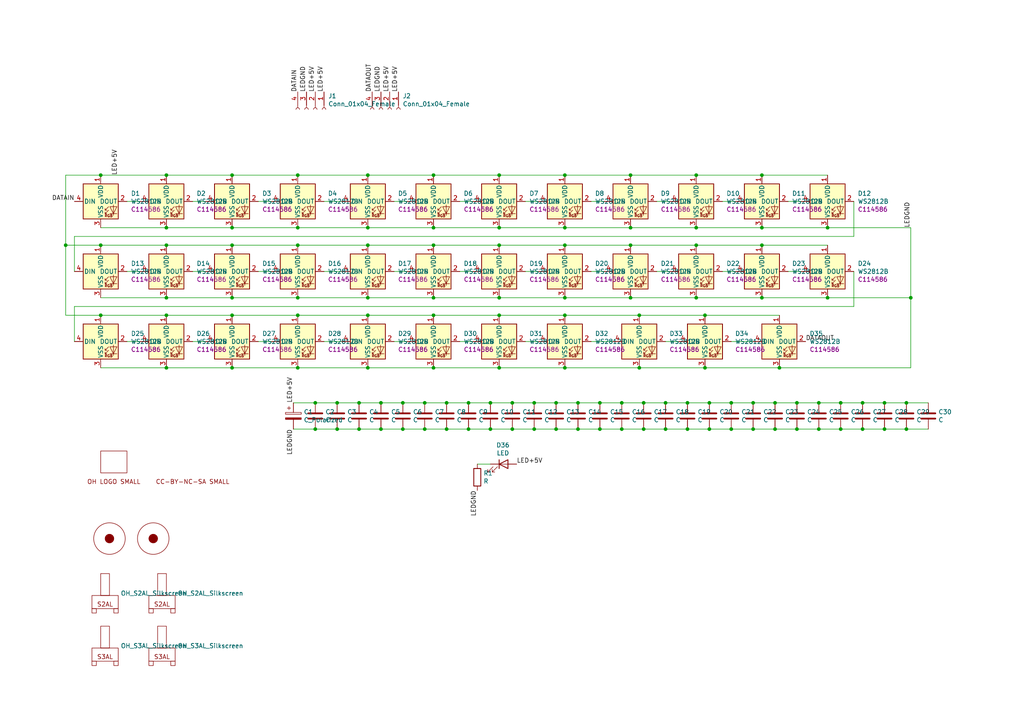
<source format=kicad_sch>
(kicad_sch (version 20211123) (generator eeschema)
  (paper "A4")
  (lib_symbols
    (symbol "Connector:Conn_01x04_Female" (pin_names (offset 1.016) hide)
      (property "Reference" "J" (at 0 5.08 0))
      (property "Value" "Conn_01x04_Female" (at 0 -7.62 0))
      (symbol "Conn_01x04_Female_1_1"
        (arc (start 0 -4.572) (mid -0.508 -5.08) (end 0 -5.588) (stroke (width 0.1524)))
        (arc (start 0 -2.032) (mid -0.508 -2.54) (end 0 -3.048) (stroke (width 0.1524)))
        (polyline (pts (xy -1.27 -5.08) (xy -0.508 -5.08)) (stroke (width 0.1524)))
        (polyline (pts (xy -1.27 -2.54) (xy -0.508 -2.54)) (stroke (width 0.1524)))
        (polyline (pts (xy -1.27 0) (xy -0.508 0)) (stroke (width 0.1524)))
        (polyline (pts (xy -1.27 2.54) (xy -0.508 2.54)) (stroke (width 0.1524)))
        (arc (start 0 0.508) (mid -0.508 0) (end 0 -0.508) (stroke (width 0.1524)))
        (arc (start 0 3.048) (mid -0.508 2.54) (end 0 2.032) (stroke (width 0.1524)))
        (pin passive line (at -5.08 2.54 0) (length 3.81) (name "Pin_1") (number "1"))
        (pin passive line (at -5.08 0 0) (length 3.81) (name "Pin_2") (number "2"))
        (pin passive line (at -5.08 -2.54 0) (length 3.81) (name "Pin_3") (number "3"))
        (pin passive line (at -5.08 -5.08 0) (length 3.81) (name "Pin_4") (number "4"))
      )
    )
    (symbol "Device:C" (pin_numbers hide) (pin_names (offset 0.254))
      (property "Reference" "C" (at 0.635 2.54 0))
      (property "Value" "C" (at 0.635 -2.54 0))
      (symbol "C_0_1"
        (polyline (pts (xy -2.032 -0.762) (xy 2.032 -0.762)) (stroke (width 0.508)))
        (polyline (pts (xy -2.032 0.762) (xy 2.032 0.762)) (stroke (width 0.508)))
      )
      (symbol "C_1_1"
        (pin passive line (at 0 3.81 270) (length 2.794) (name "~") (number "1"))
        (pin passive line (at 0 -3.81 90) (length 2.794) (name "~") (number "2"))
      )
    )
    (symbol "Device:C_Polarized" (pin_numbers hide) (pin_names (offset 0.254))
      (property "Reference" "C" (at 0.635 2.54 0))
      (property "Value" "C_Polarized" (at 0.635 -2.54 0))
      (symbol "C_Polarized_0_1"
        (rectangle (start -2.286 0.508) (end 2.286 1.016))
        (polyline (pts (xy -1.778 2.286) (xy -0.762 2.286)))
        (polyline (pts (xy -1.27 2.794) (xy -1.27 1.778)))
        (rectangle (start 2.286 -0.508) (end -2.286 -1.016) (fill (type outline)))
      )
      (symbol "C_Polarized_1_1"
        (pin passive line (at 0 3.81 270) (length 2.794) (name "~") (number "1"))
        (pin passive line (at 0 -3.81 90) (length 2.794) (name "~") (number "2"))
      )
    )
    (symbol "Device:LED" (pin_numbers hide) (pin_names (offset 1.016) hide)
      (property "Reference" "D" (at 0 2.54 0))
      (property "Value" "LED" (at 0 -2.54 0))
      (symbol "LED_0_1"
        (polyline (pts (xy -1.27 -1.27) (xy -1.27 1.27)) (stroke (width 0.254)))
        (polyline (pts (xy -1.27 0) (xy 1.27 0)))
        (polyline (pts (xy 1.27 -1.27) (xy 1.27 1.27) (xy -1.27 0) (xy 1.27 -1.27)) (stroke (width 0.254)))
        (polyline (pts (xy -3.048 -0.762) (xy -4.572 -2.286) (xy -3.81 -2.286) (xy -4.572 -2.286) (xy -4.572 -1.524)))
        (polyline (pts (xy -1.778 -0.762) (xy -3.302 -2.286) (xy -2.54 -2.286) (xy -3.302 -2.286) (xy -3.302 -1.524)))
      )
      (symbol "LED_1_1"
        (pin passive line (at -3.81 0 0) (length 2.54) (name "K") (number "1"))
        (pin passive line (at 3.81 0 180) (length 2.54) (name "A") (number "2"))
      )
    )
    (symbol "Device:R" (pin_numbers hide) (pin_names (offset 0))
      (property "Reference" "R" (at 2.032 0 90))
      (property "Value" "R" (at 0 0 90))
      (symbol "R_0_1"
        (rectangle (start -1.016 -2.54) (end 1.016 2.54) (stroke (width 0.254)))
      )
      (symbol "R_1_1"
        (pin passive line (at 0 3.81 270) (length 1.27) (name "~") (number "1"))
        (pin passive line (at 0 -3.81 90) (length 1.27) (name "~") (number "2"))
      )
    )
    (symbol "KiCadCustomLib:CC-BY-NC-SA_Icon" (pin_numbers hide) (pin_names (offset 0) hide)
      (symbol "CC-BY-NC-SA_Icon_0_0"
        (text "CC-BY-NC-SA SMALL" (at 1.27 2.54 0) (effects (font (size 1.27 1.27))))
      )
    )
    (symbol "KiCadCustomLib:OHPanelScrew" (pin_numbers hide) (pin_names (offset 0) hide)
      (symbol "OHPanelScrew_0_0"
        (circle (center 0 0) (radius 1.27) (fill (type outline)))
        (circle (center 0 0) (radius 4.572))
      )
    )
    (symbol "KiCadCustomLib:OH_S2AL_Silkscreen" (pin_numbers hide) (pin_names (offset 0) hide)
      (property "Value" "OH_S2AL_Silkscreen" (at 0 -3.81 0))
      (symbol "OH_S2AL_Silkscreen_0_0"
        (rectangle (start -3.81 -1.27) (end -2.54 -2.54))
        (rectangle (start -3.81 2.54) (end 3.81 -1.27))
        (rectangle (start 1.27 2.54) (end -1.27 8.89))
        (rectangle (start 3.81 -1.27) (end 2.54 -2.54))
        (text "S2AL" (at 0 0 0) (effects (font (size 1.27 1.27))))
      )
    )
    (symbol "KiCadCustomLib:OH_S3AL_Silkscreen" (pin_numbers hide) (pin_names (offset 0) hide)
      (property "Value" "OH_S3AL_Silkscreen" (at 0 -3.81 0))
      (symbol "OH_S3AL_Silkscreen_0_0"
        (rectangle (start -3.81 -1.27) (end -2.54 -2.54))
        (rectangle (start -3.81 2.54) (end 3.81 -1.27))
        (rectangle (start 1.27 2.54) (end -1.27 8.89))
        (rectangle (start 3.81 -1.27) (end 2.54 -2.54))
        (text "S3AL" (at 0 0 0) (effects (font (size 1.27 1.27))))
      )
    )
    (symbol "KiCadCustomLib:OpenHornetLogoSmall" (pin_numbers hide) (pin_names (offset 0) hide)
      (symbol "OpenHornetLogoSmall_0_0"
        (text "OH LOGO SMALL" (at 0 2.54 0) (effects (font (size 1.27 1.27))))
      )
      (symbol "OpenHornetLogoSmall_0_1"
        (rectangle (start 3.81 5.08) (end -3.81 11.43))
      )
    )
    (symbol "LED:WS2812B" (pin_names (offset 0.254))
      (property "Reference" "D" (at 5.08 5.715 0))
      (property "Value" "WS2812B" (at 1.27 -5.715 0))
      (symbol "WS2812B_0_0"
        (text "RGB" (at 2.286 -4.191 0) (effects (font (size 0.762 0.762))))
      )
      (symbol "WS2812B_0_1"
        (polyline (pts (xy 1.27 -3.556) (xy 1.778 -3.556)))
        (polyline (pts (xy 1.27 -2.54) (xy 1.778 -2.54)))
        (polyline (pts (xy 4.699 -3.556) (xy 2.667 -3.556)))
        (polyline (pts (xy 2.286 -2.54) (xy 1.27 -3.556) (xy 1.27 -3.048)))
        (polyline (pts (xy 2.286 -1.524) (xy 1.27 -2.54) (xy 1.27 -2.032)))
        (polyline (pts (xy 3.683 -1.016) (xy 3.683 -3.556) (xy 3.683 -4.064)))
        (polyline (pts (xy 4.699 -1.524) (xy 2.667 -1.524) (xy 3.683 -3.556) (xy 4.699 -1.524)))
        (rectangle (start 5.08 5.08) (end -5.08 -5.08) (stroke (width 0.254)) (fill (type background)))
      )
      (symbol "WS2812B_1_1"
        (pin power_in line (at 0 7.62 270) (length 2.54) (name "VDD") (number "1"))
        (pin output line (at 7.62 0 180) (length 2.54) (name "DOUT") (number "2"))
        (pin power_in line (at 0 -7.62 90) (length 2.54) (name "VSS") (number "3"))
        (pin input line (at -7.62 0 0) (length 2.54) (name "DIN") (number "4"))
      )
    )
  )
  (junction (at 29.21 91.44))
  (junction (at 154.94 124.46))
  (junction (at 226.06 106.68))
  (junction (at 67.31 66.04))
  (junction (at 199.39 116.84))
  (junction (at 262.89 116.84))
  (junction (at 182.88 71.12))
  (junction (at 163.83 50.8))
  (junction (at 142.24 116.84))
  (junction (at 224.79 124.46))
  (junction (at 185.42 106.68))
  (junction (at 205.74 116.84))
  (junction (at 106.68 91.44))
  (junction (at 167.64 124.46))
  (junction (at 163.83 91.44))
  (junction (at 48.26 50.8))
  (junction (at 204.47 106.68))
  (junction (at 106.68 50.8))
  (junction (at 250.19 116.84))
  (junction (at 129.54 116.84))
  (junction (at 220.98 86.36))
  (junction (at 67.31 91.44))
  (junction (at 48.26 106.68))
  (junction (at 204.47 91.44))
  (junction (at 19.05 71.12))
  (junction (at 135.89 124.46))
  (junction (at 91.44 124.46))
  (junction (at 86.36 106.68))
  (junction (at 125.73 71.12))
  (junction (at 182.88 66.04))
  (junction (at 97.79 124.46))
  (junction (at 97.79 116.84))
  (junction (at 142.24 124.46))
  (junction (at 185.42 91.44))
  (junction (at 86.36 86.36))
  (junction (at 86.36 66.04))
  (junction (at 123.19 124.46))
  (junction (at 250.19 124.46))
  (junction (at 218.44 124.46))
  (junction (at 201.93 50.8))
  (junction (at 163.83 71.12))
  (junction (at 86.36 91.44))
  (junction (at 86.36 71.12))
  (junction (at 148.59 124.46))
  (junction (at 110.49 116.84))
  (junction (at 167.64 116.84))
  (junction (at 240.03 66.04))
  (junction (at 163.83 86.36))
  (junction (at 125.73 106.68))
  (junction (at 106.68 106.68))
  (junction (at 220.98 50.8))
  (junction (at 212.09 124.46))
  (junction (at 243.84 116.84))
  (junction (at 193.04 124.46))
  (junction (at 86.36 50.8))
  (junction (at 48.26 91.44))
  (junction (at 201.93 71.12))
  (junction (at 104.14 116.84))
  (junction (at 163.83 106.68))
  (junction (at 48.26 71.12))
  (junction (at 91.44 116.84))
  (junction (at 144.78 86.36))
  (junction (at 212.09 116.84))
  (junction (at 123.19 116.84))
  (junction (at 148.59 116.84))
  (junction (at 161.29 124.46))
  (junction (at 116.84 116.84))
  (junction (at 67.31 50.8))
  (junction (at 262.89 124.46))
  (junction (at 237.49 116.84))
  (junction (at 218.44 116.84))
  (junction (at 110.49 124.46))
  (junction (at 144.78 71.12))
  (junction (at 224.79 116.84))
  (junction (at 201.93 86.36))
  (junction (at 104.14 124.46))
  (junction (at 144.78 66.04))
  (junction (at 106.68 66.04))
  (junction (at 116.84 124.46))
  (junction (at 144.78 91.44))
  (junction (at 161.29 116.84))
  (junction (at 67.31 106.68))
  (junction (at 182.88 50.8))
  (junction (at 201.93 66.04))
  (junction (at 231.14 124.46))
  (junction (at 256.54 124.46))
  (junction (at 135.89 116.84))
  (junction (at 67.31 71.12))
  (junction (at 48.26 66.04))
  (junction (at 231.14 116.84))
  (junction (at 154.94 116.84))
  (junction (at 193.04 116.84))
  (junction (at 256.54 116.84))
  (junction (at 67.31 86.36))
  (junction (at 125.73 50.8))
  (junction (at 180.34 116.84))
  (junction (at 29.21 71.12))
  (junction (at 173.99 124.46))
  (junction (at 264.16 86.36))
  (junction (at 163.83 66.04))
  (junction (at 243.84 124.46))
  (junction (at 186.69 116.84))
  (junction (at 182.88 86.36))
  (junction (at 106.68 86.36))
  (junction (at 29.21 50.8))
  (junction (at 129.54 124.46))
  (junction (at 199.39 124.46))
  (junction (at 48.26 86.36))
  (junction (at 144.78 50.8))
  (junction (at 106.68 71.12))
  (junction (at 186.69 124.46))
  (junction (at 125.73 86.36))
  (junction (at 125.73 66.04))
  (junction (at 237.49 124.46))
  (junction (at 144.78 106.68))
  (junction (at 180.34 124.46))
  (junction (at 220.98 71.12))
  (junction (at 125.73 91.44))
  (junction (at 220.98 66.04))
  (junction (at 205.74 124.46))
  (junction (at 173.99 116.84))
  (junction (at 240.03 86.36))
  (wire (pts (xy 182.88 86.36) (xy 201.93 86.36)))
  (wire (pts (xy 264.16 106.68) (xy 264.16 86.36)))
  (wire (pts (xy 148.59 124.46) (xy 142.24 124.46)))
  (wire (pts (xy 133.35 58.42) (xy 137.16 58.42)))
  (wire (pts (xy 86.36 86.36) (xy 106.68 86.36)))
  (wire (pts (xy 116.84 116.84) (xy 123.19 116.84)))
  (wire (pts (xy 228.6 58.42) (xy 232.41 58.42)))
  (wire (pts (xy 133.35 99.06) (xy 137.16 99.06)))
  (wire (pts (xy 36.83 58.42) (xy 40.64 58.42)))
  (wire (pts (xy 125.73 91.44) (xy 144.78 91.44)))
  (wire (pts (xy 204.47 106.68) (xy 185.42 106.68)))
  (wire (pts (xy 226.06 91.44) (xy 204.47 91.44)))
  (wire (pts (xy 67.31 91.44) (xy 86.36 91.44)))
  (wire (pts (xy 29.21 86.36) (xy 48.26 86.36)))
  (wire (pts (xy 226.06 106.68) (xy 264.16 106.68)))
  (wire (pts (xy 240.03 71.12) (xy 220.98 71.12)))
  (wire (pts (xy 106.68 71.12) (xy 86.36 71.12)))
  (wire (pts (xy 224.79 116.84) (xy 231.14 116.84)))
  (wire (pts (xy 144.78 71.12) (xy 125.73 71.12)))
  (wire (pts (xy 163.83 106.68) (xy 185.42 106.68)))
  (wire (pts (xy 48.26 66.04) (xy 29.21 66.04)))
  (wire (pts (xy 106.68 66.04) (xy 86.36 66.04)))
  (wire (pts (xy 231.14 124.46) (xy 224.79 124.46)))
  (wire (pts (xy 237.49 116.84) (xy 243.84 116.84)))
  (wire (pts (xy 173.99 124.46) (xy 167.64 124.46)))
  (wire (pts (xy 220.98 86.36) (xy 240.03 86.36)))
  (wire (pts (xy 91.44 124.46) (xy 85.09 124.46)))
  (wire (pts (xy 29.21 91.44) (xy 19.05 91.44)))
  (wire (pts (xy 97.79 116.84) (xy 104.14 116.84)))
  (wire (pts (xy 125.73 86.36) (xy 144.78 86.36)))
  (wire (pts (xy 48.26 91.44) (xy 67.31 91.44)))
  (wire (pts (xy 93.98 78.74) (xy 99.06 78.74)))
  (wire (pts (xy 55.88 99.06) (xy 59.69 99.06)))
  (wire (pts (xy 36.83 99.06) (xy 40.64 99.06)))
  (wire (pts (xy 220.98 71.12) (xy 201.93 71.12)))
  (wire (pts (xy 148.59 116.84) (xy 154.94 116.84)))
  (wire (pts (xy 247.65 78.74) (xy 247.65 88.9)))
  (wire (pts (xy 193.04 124.46) (xy 186.69 124.46)))
  (wire (pts (xy 19.05 71.12) (xy 29.21 71.12)))
  (wire (pts (xy 142.24 134.62) (xy 138.43 134.62)))
  (wire (pts (xy 67.31 50.8) (xy 48.26 50.8)))
  (wire (pts (xy 256.54 124.46) (xy 250.19 124.46)))
  (wire (pts (xy 142.24 116.84) (xy 148.59 116.84)))
  (wire (pts (xy 262.89 124.46) (xy 256.54 124.46)))
  (wire (pts (xy 48.26 50.8) (xy 29.21 50.8)))
  (wire (pts (xy 154.94 116.84) (xy 161.29 116.84)))
  (wire (pts (xy 163.83 86.36) (xy 182.88 86.36)))
  (wire (pts (xy 125.73 71.12) (xy 106.68 71.12)))
  (wire (pts (xy 218.44 124.46) (xy 212.09 124.46)))
  (wire (pts (xy 91.44 116.84) (xy 97.79 116.84)))
  (wire (pts (xy 97.79 124.46) (xy 91.44 124.46)))
  (wire (pts (xy 220.98 66.04) (xy 240.03 66.04)))
  (wire (pts (xy 199.39 116.84) (xy 205.74 116.84)))
  (wire (pts (xy 182.88 71.12) (xy 163.83 71.12)))
  (wire (pts (xy 247.65 68.58) (xy 21.59 68.58)))
  (wire (pts (xy 163.83 50.8) (xy 144.78 50.8)))
  (wire (pts (xy 133.35 78.74) (xy 137.16 78.74)))
  (wire (pts (xy 212.09 124.46) (xy 205.74 124.46)))
  (wire (pts (xy 19.05 50.8) (xy 19.05 71.12)))
  (wire (pts (xy 36.83 78.74) (xy 40.64 78.74)))
  (wire (pts (xy 218.44 116.84) (xy 224.79 116.84)))
  (wire (pts (xy 180.34 124.46) (xy 173.99 124.46)))
  (wire (pts (xy 29.21 50.8) (xy 19.05 50.8)))
  (wire (pts (xy 212.09 99.06) (xy 218.44 99.06)))
  (wire (pts (xy 86.36 71.12) (xy 67.31 71.12)))
  (wire (pts (xy 55.88 78.74) (xy 59.69 78.74)))
  (wire (pts (xy 48.26 86.36) (xy 67.31 86.36)))
  (wire (pts (xy 106.68 86.36) (xy 125.73 86.36)))
  (wire (pts (xy 269.24 124.46) (xy 262.89 124.46)))
  (wire (pts (xy 193.04 99.06) (xy 196.85 99.06)))
  (wire (pts (xy 193.04 116.84) (xy 199.39 116.84)))
  (wire (pts (xy 186.69 124.46) (xy 180.34 124.46)))
  (wire (pts (xy 182.88 50.8) (xy 163.83 50.8)))
  (wire (pts (xy 185.42 91.44) (xy 204.47 91.44)))
  (wire (pts (xy 209.55 78.74) (xy 213.36 78.74)))
  (wire (pts (xy 264.16 86.36) (xy 264.16 66.04)))
  (wire (pts (xy 190.5 58.42) (xy 194.31 58.42)))
  (wire (pts (xy 48.26 71.12) (xy 29.21 71.12)))
  (wire (pts (xy 154.94 124.46) (xy 148.59 124.46)))
  (wire (pts (xy 19.05 91.44) (xy 19.05 71.12)))
  (wire (pts (xy 48.26 106.68) (xy 29.21 106.68)))
  (wire (pts (xy 212.09 116.84) (xy 218.44 116.84)))
  (wire (pts (xy 205.74 124.46) (xy 199.39 124.46)))
  (wire (pts (xy 67.31 71.12) (xy 48.26 71.12)))
  (wire (pts (xy 199.39 124.46) (xy 193.04 124.46)))
  (wire (pts (xy 190.5 78.74) (xy 194.31 78.74)))
  (wire (pts (xy 144.78 106.68) (xy 125.73 106.68)))
  (wire (pts (xy 104.14 124.46) (xy 97.79 124.46)))
  (wire (pts (xy 201.93 66.04) (xy 182.88 66.04)))
  (wire (pts (xy 116.84 124.46) (xy 110.49 124.46)))
  (wire (pts (xy 167.64 124.46) (xy 161.29 124.46)))
  (wire (pts (xy 144.78 66.04) (xy 125.73 66.04)))
  (wire (pts (xy 142.24 124.46) (xy 135.89 124.46)))
  (wire (pts (xy 262.89 116.84) (xy 269.24 116.84)))
  (wire (pts (xy 74.93 78.74) (xy 78.74 78.74)))
  (wire (pts (xy 106.68 91.44) (xy 125.73 91.44)))
  (wire (pts (xy 123.19 116.84) (xy 129.54 116.84)))
  (wire (pts (xy 67.31 66.04) (xy 48.26 66.04)))
  (wire (pts (xy 180.34 116.84) (xy 186.69 116.84)))
  (wire (pts (xy 135.89 116.84) (xy 142.24 116.84)))
  (wire (pts (xy 55.88 58.42) (xy 59.69 58.42)))
  (wire (pts (xy 114.3 58.42) (xy 118.11 58.42)))
  (wire (pts (xy 220.98 66.04) (xy 201.93 66.04)))
  (wire (pts (xy 209.55 58.42) (xy 213.36 58.42)))
  (wire (pts (xy 67.31 106.68) (xy 48.26 106.68)))
  (wire (pts (xy 125.73 106.68) (xy 106.68 106.68)))
  (wire (pts (xy 240.03 66.04) (xy 264.16 66.04)))
  (wire (pts (xy 114.3 99.06) (xy 118.11 99.06)))
  (wire (pts (xy 204.47 106.68) (xy 226.06 106.68)))
  (wire (pts (xy 104.14 116.84) (xy 110.49 116.84)))
  (wire (pts (xy 250.19 116.84) (xy 256.54 116.84)))
  (wire (pts (xy 106.68 106.68) (xy 86.36 106.68)))
  (wire (pts (xy 152.4 99.06) (xy 156.21 99.06)))
  (wire (pts (xy 125.73 66.04) (xy 106.68 66.04)))
  (wire (pts (xy 161.29 124.46) (xy 154.94 124.46)))
  (wire (pts (xy 201.93 50.8) (xy 182.88 50.8)))
  (wire (pts (xy 29.21 91.44) (xy 48.26 91.44)))
  (wire (pts (xy 152.4 78.74) (xy 156.21 78.74)))
  (wire (pts (xy 21.59 68.58) (xy 21.59 78.74)))
  (wire (pts (xy 85.09 116.84) (xy 91.44 116.84)))
  (wire (pts (xy 93.98 99.06) (xy 99.06 99.06)))
  (wire (pts (xy 186.69 116.84) (xy 193.04 116.84)))
  (wire (pts (xy 220.98 50.8) (xy 201.93 50.8)))
  (wire (pts (xy 161.29 116.84) (xy 167.64 116.84)))
  (wire (pts (xy 256.54 116.84) (xy 262.89 116.84)))
  (wire (pts (xy 106.68 50.8) (xy 86.36 50.8)))
  (wire (pts (xy 152.4 58.42) (xy 156.21 58.42)))
  (wire (pts (xy 247.65 58.42) (xy 247.65 68.58)))
  (wire (pts (xy 74.93 58.42) (xy 78.74 58.42)))
  (wire (pts (xy 123.19 124.46) (xy 116.84 124.46)))
  (wire (pts (xy 182.88 66.04) (xy 163.83 66.04)))
  (wire (pts (xy 240.03 86.36) (xy 264.16 86.36)))
  (wire (pts (xy 243.84 116.84) (xy 250.19 116.84)))
  (wire (pts (xy 86.36 50.8) (xy 67.31 50.8)))
  (wire (pts (xy 231.14 116.84) (xy 237.49 116.84)))
  (wire (pts (xy 110.49 116.84) (xy 116.84 116.84)))
  (wire (pts (xy 110.49 124.46) (xy 104.14 124.46)))
  (wire (pts (xy 86.36 91.44) (xy 106.68 91.44)))
  (wire (pts (xy 86.36 106.68) (xy 67.31 106.68)))
  (wire (pts (xy 171.45 99.06) (xy 177.8 99.06)))
  (wire (pts (xy 201.93 71.12) (xy 182.88 71.12)))
  (wire (pts (xy 171.45 78.74) (xy 175.26 78.74)))
  (wire (pts (xy 163.83 106.68) (xy 144.78 106.68)))
  (wire (pts (xy 144.78 86.36) (xy 163.83 86.36)))
  (wire (pts (xy 243.84 124.46) (xy 237.49 124.46)))
  (wire (pts (xy 67.31 86.36) (xy 86.36 86.36)))
  (wire (pts (xy 224.79 124.46) (xy 218.44 124.46)))
  (wire (pts (xy 247.65 88.9) (xy 21.59 88.9)))
  (wire (pts (xy 163.83 66.04) (xy 144.78 66.04)))
  (wire (pts (xy 163.83 71.12) (xy 144.78 71.12)))
  (wire (pts (xy 129.54 124.46) (xy 123.19 124.46)))
  (wire (pts (xy 173.99 116.84) (xy 180.34 116.84)))
  (wire (pts (xy 205.74 116.84) (xy 212.09 116.84)))
  (wire (pts (xy 125.73 50.8) (xy 106.68 50.8)))
  (wire (pts (xy 240.03 50.8) (xy 220.98 50.8)))
  (wire (pts (xy 228.6 78.74) (xy 232.41 78.74)))
  (wire (pts (xy 171.45 58.42) (xy 175.26 58.42)))
  (wire (pts (xy 144.78 91.44) (xy 163.83 91.44)))
  (wire (pts (xy 237.49 124.46) (xy 231.14 124.46)))
  (wire (pts (xy 86.36 66.04) (xy 67.31 66.04)))
  (wire (pts (xy 93.98 58.42) (xy 99.06 58.42)))
  (wire (pts (xy 114.3 78.74) (xy 118.11 78.74)))
  (wire (pts (xy 250.19 124.46) (xy 243.84 124.46)))
  (wire (pts (xy 201.93 86.36) (xy 220.98 86.36)))
  (wire (pts (xy 129.54 116.84) (xy 135.89 116.84)))
  (wire (pts (xy 167.64 116.84) (xy 173.99 116.84)))
  (wire (pts (xy 74.93 99.06) (xy 78.74 99.06)))
  (wire (pts (xy 135.89 124.46) (xy 129.54 124.46)))
  (wire (pts (xy 144.78 50.8) (xy 125.73 50.8)))
  (wire (pts (xy 185.42 91.44) (xy 163.83 91.44)))
  (wire (pts (xy 21.59 88.9) (xy 21.59 99.06)))
  (label "LED+5V" (at 91.44 26.67 90))
  (label "LEDGND" (at 88.9 26.67 90))
  (label "DATAIN" (at 86.36 26.67 90))
  (label "LEDGND" (at 138.43 142.24 270))
  (label "LED+5V" (at 93.98 26.67 90))
  (label "LEDGND" (at 110.49 26.67 90))
  (label "DATAOUT" (at 107.95 26.67 90))
  (label "LED+5V" (at 85.09 116.84 90))
  (label "LEDGND" (at 264.16 66.04 90))
  (label "DATAIN" (at 21.59 58.42 180))
  (label "LED+5V" (at 113.03 26.67 90))
  (label "LED+5V" (at 149.86 134.62 0))
  (label "LED+5V" (at 34.29 50.8 90))
  (label "DATAOUT" (at 233.68 99.06 0))
  (label "LEDGND" (at 85.09 124.46 270))
  (label "LED+5V" (at 115.57 26.67 90))
  (symbol (lib_id "Connector:Conn_01x04_Female") (at 91.44 31.75 270) (unit 1)
    (property "Reference" "J1" (at 95.1992 27.8384 90) (effects (justify left)))
    (property "Value" "Conn_01x04_Female" (at 95.1992 30.1498 90) (effects (justify left)))
    (property "Footprint" "OH_Footprints:Molex_Mini-Fit_Jr_5566-04A_2x02_P4.20mm_Vertical" (effects hide))
  )
  (symbol (lib_id "Connector:Conn_01x04_Female") (at 113.03 31.75 270) (unit 1)
    (property "Reference" "J2" (at 116.7892 27.8384 90) (effects (justify left)))
    (property "Value" "Conn_01x04_Female" (at 116.7892 30.1498 90) (effects (justify left)))
    (property "Footprint" "OH_Footprints:Molex_Mini-Fit_Jr_5566-04A_2x02_P4.20mm_Vertical" (effects hide))
  )
  (symbol (lib_id "Device:C_Polarized") (at 85.09 120.65 0) (unit 1)
    (property "Reference" "C1" (at 88.0872 119.4816 0) (effects (justify left)))
    (property "Value" "C_Polarized" (at 88.0872 121.793 0) (effects (justify left)))
    (property "Footprint" "OH_Footprints:CP_Elec_8x10" (effects hide))
  )
  (symbol (lib_id "Device:LED") (at 146.05 134.62 0) (unit 1)
    (property "Reference" "D36" (at 145.8722 129.1082 0))
    (property "Value" "LED" (at 145.8722 131.4196 0))
    (property "Footprint" "OH_Footprints:LED_D3.0mm" (effects hide))
  )
  (symbol (lib_id "Device:R") (at 138.43 138.43 0) (unit 1)
    (property "Reference" "R1" (at 140.208 137.2616 0) (effects (justify left)))
    (property "Value" "R" (at 140.208 139.573 0) (effects (justify left)))
    (property "Footprint" "OH_Footprints:R_0603_1608Metric" (effects hide))
  )
  (symbol (lib_id "LED:WS2812B") (at 29.21 58.42 0) (unit 1)
    (property "Reference" "D1" (at 37.9476 56.1086 0) (effects (justify left)))
    (property "Value" "WS2812B" (at 37.9476 58.42 0) (effects (justify left)))
    (property "Footprint" "OH_Footprints:LED_WS2812B_PLCC4_5.0x5.0mm_P3.2mm" (effects hide))
    (property "Datasheet" "https://cdn-shop.adafruit.com/datasheets/WS2812B.pdf" (effects hide))
    (property "LCSC Part Number" "C114586" (at 37.9476 60.7314 0) (effects (justify left)))
  )
  (symbol (lib_id "LED:WS2812B") (at 48.26 58.42 0) (unit 1)
    (property "Reference" "D2" (at 56.9976 56.1086 0) (effects (justify left)))
    (property "Value" "WS2812B" (at 56.9976 58.42 0) (effects (justify left)))
    (property "Footprint" "OH_Footprints:LED_WS2812B_PLCC4_5.0x5.0mm_P3.2mm" (effects hide))
    (property "Datasheet" "https://cdn-shop.adafruit.com/datasheets/WS2812B.pdf" (effects hide))
    (property "LCSC Part Number" "C114586" (at 56.9976 60.7314 0) (effects (justify left)))
  )
  (symbol (lib_id "LED:WS2812B") (at 67.31 58.42 0) (unit 1)
    (property "Reference" "D3" (at 76.0476 56.1086 0) (effects (justify left)))
    (property "Value" "WS2812B" (at 76.0476 58.42 0) (effects (justify left)))
    (property "Footprint" "OH_Footprints:LED_WS2812B_PLCC4_5.0x5.0mm_P3.2mm" (effects hide))
    (property "Datasheet" "https://cdn-shop.adafruit.com/datasheets/WS2812B.pdf" (effects hide))
    (property "LCSC Part Number" "C114586" (at 76.0476 60.7314 0) (effects (justify left)))
  )
  (symbol (lib_id "LED:WS2812B") (at 86.36 58.42 0) (unit 1)
    (property "Reference" "D4" (at 95.0976 56.1086 0) (effects (justify left)))
    (property "Value" "WS2812B" (at 95.0976 58.42 0) (effects (justify left)))
    (property "Footprint" "OH_Footprints:LED_WS2812B_PLCC4_5.0x5.0mm_P3.2mm" (effects hide))
    (property "Datasheet" "https://cdn-shop.adafruit.com/datasheets/WS2812B.pdf" (effects hide))
    (property "LCSC Part Number" "C114586" (at 95.0976 60.7314 0) (effects (justify left)))
  )
  (symbol (lib_id "LED:WS2812B") (at 106.68 58.42 0) (unit 1)
    (property "Reference" "D5" (at 115.4176 56.1086 0) (effects (justify left)))
    (property "Value" "WS2812B" (at 115.4176 58.42 0) (effects (justify left)))
    (property "Footprint" "OH_Footprints:LED_WS2812B_PLCC4_5.0x5.0mm_P3.2mm" (effects hide))
    (property "Datasheet" "https://cdn-shop.adafruit.com/datasheets/WS2812B.pdf" (effects hide))
    (property "LCSC Part Number" "C114586" (at 115.4176 60.7314 0) (effects (justify left)))
  )
  (symbol (lib_id "LED:WS2812B") (at 125.73 58.42 0) (unit 1)
    (property "Reference" "D6" (at 134.4676 56.1086 0) (effects (justify left)))
    (property "Value" "WS2812B" (at 134.4676 58.42 0) (effects (justify left)))
    (property "Footprint" "OH_Footprints:LED_WS2812B_PLCC4_5.0x5.0mm_P3.2mm" (effects hide))
    (property "Datasheet" "https://cdn-shop.adafruit.com/datasheets/WS2812B.pdf" (effects hide))
    (property "LCSC Part Number" "C114586" (at 134.4676 60.7314 0) (effects (justify left)))
  )
  (symbol (lib_id "LED:WS2812B") (at 144.78 58.42 0) (unit 1)
    (property "Reference" "D7" (at 153.5176 56.1086 0) (effects (justify left)))
    (property "Value" "WS2812B" (at 153.5176 58.42 0) (effects (justify left)))
    (property "Footprint" "OH_Footprints:LED_WS2812B_PLCC4_5.0x5.0mm_P3.2mm" (effects hide))
    (property "Datasheet" "https://cdn-shop.adafruit.com/datasheets/WS2812B.pdf" (effects hide))
    (property "LCSC Part Number" "C114586" (at 153.5176 60.7314 0) (effects (justify left)))
  )
  (symbol (lib_id "LED:WS2812B") (at 163.83 58.42 0) (unit 1)
    (property "Reference" "D8" (at 172.5676 56.1086 0) (effects (justify left)))
    (property "Value" "WS2812B" (at 172.5676 58.42 0) (effects (justify left)))
    (property "Footprint" "OH_Footprints:LED_WS2812B_PLCC4_5.0x5.0mm_P3.2mm" (effects hide))
    (property "Datasheet" "https://cdn-shop.adafruit.com/datasheets/WS2812B.pdf" (effects hide))
    (property "LCSC Part Number" "C114586" (at 172.5676 60.7314 0) (effects (justify left)))
  )
  (symbol (lib_id "LED:WS2812B") (at 182.88 58.42 0) (unit 1)
    (property "Reference" "D9" (at 191.6176 56.1086 0) (effects (justify left)))
    (property "Value" "WS2812B" (at 191.6176 58.42 0) (effects (justify left)))
    (property "Footprint" "OH_Footprints:LED_WS2812B_PLCC4_5.0x5.0mm_P3.2mm" (effects hide))
    (property "Datasheet" "https://cdn-shop.adafruit.com/datasheets/WS2812B.pdf" (effects hide))
    (property "LCSC Part Number" "C114586" (at 191.6176 60.7314 0) (effects (justify left)))
  )
  (symbol (lib_id "LED:WS2812B") (at 201.93 58.42 0) (unit 1)
    (property "Reference" "D10" (at 210.6676 56.1086 0) (effects (justify left)))
    (property "Value" "WS2812B" (at 210.6676 58.42 0) (effects (justify left)))
    (property "Footprint" "OH_Footprints:LED_WS2812B_PLCC4_5.0x5.0mm_P3.2mm" (effects hide))
    (property "Datasheet" "https://cdn-shop.adafruit.com/datasheets/WS2812B.pdf" (effects hide))
    (property "LCSC Part Number" "C114586" (at 210.6676 60.7314 0) (effects (justify left)))
  )
  (symbol (lib_id "LED:WS2812B") (at 220.98 58.42 0) (unit 1)
    (property "Reference" "D11" (at 229.7176 56.1086 0) (effects (justify left)))
    (property "Value" "WS2812B" (at 229.7176 58.42 0) (effects (justify left)))
    (property "Footprint" "OH_Footprints:LED_WS2812B_PLCC4_5.0x5.0mm_P3.2mm" (effects hide))
    (property "Datasheet" "https://cdn-shop.adafruit.com/datasheets/WS2812B.pdf" (effects hide))
    (property "LCSC Part Number" "C114586" (at 229.7176 60.7314 0) (effects (justify left)))
  )
  (symbol (lib_id "LED:WS2812B") (at 240.03 58.42 0) (unit 1)
    (property "Reference" "D12" (at 248.7676 56.1086 0) (effects (justify left)))
    (property "Value" "WS2812B" (at 248.7676 58.42 0) (effects (justify left)))
    (property "Footprint" "OH_Footprints:LED_WS2812B_PLCC4_5.0x5.0mm_P3.2mm" (effects hide))
    (property "Datasheet" "https://cdn-shop.adafruit.com/datasheets/WS2812B.pdf" (effects hide))
    (property "LCSC Part Number" "C114586" (at 248.7676 60.7314 0) (effects (justify left)))
  )
  (symbol (lib_id "LED:WS2812B") (at 29.21 78.74 0) (unit 1)
    (property "Reference" "D13" (at 37.9476 76.4286 0) (effects (justify left)))
    (property "Value" "WS2812B" (at 37.9476 78.74 0) (effects (justify left)))
    (property "Footprint" "OH_Footprints:LED_WS2812B_PLCC4_5.0x5.0mm_P3.2mm" (effects hide))
    (property "Datasheet" "https://cdn-shop.adafruit.com/datasheets/WS2812B.pdf" (effects hide))
    (property "LCSC Part Number" "C114586" (at 37.9476 81.0514 0) (effects (justify left)))
  )
  (symbol (lib_id "LED:WS2812B") (at 48.26 78.74 0) (unit 1)
    (property "Reference" "D14" (at 56.9976 76.4286 0) (effects (justify left)))
    (property "Value" "WS2812B" (at 56.9976 78.74 0) (effects (justify left)))
    (property "Footprint" "OH_Footprints:LED_WS2812B_PLCC4_5.0x5.0mm_P3.2mm" (effects hide))
    (property "Datasheet" "https://cdn-shop.adafruit.com/datasheets/WS2812B.pdf" (effects hide))
    (property "LCSC Part Number" "C114586" (at 56.9976 81.0514 0) (effects (justify left)))
  )
  (symbol (lib_id "LED:WS2812B") (at 67.31 78.74 0) (unit 1)
    (property "Reference" "D15" (at 76.0476 76.4286 0) (effects (justify left)))
    (property "Value" "WS2812B" (at 76.0476 78.74 0) (effects (justify left)))
    (property "Footprint" "OH_Footprints:LED_WS2812B_PLCC4_5.0x5.0mm_P3.2mm" (effects hide))
    (property "Datasheet" "https://cdn-shop.adafruit.com/datasheets/WS2812B.pdf" (effects hide))
    (property "LCSC Part Number" "C114586" (at 76.0476 81.0514 0) (effects (justify left)))
  )
  (symbol (lib_id "LED:WS2812B") (at 86.36 78.74 0) (unit 1)
    (property "Reference" "D16" (at 95.0976 76.4286 0) (effects (justify left)))
    (property "Value" "WS2812B" (at 95.0976 78.74 0) (effects (justify left)))
    (property "Footprint" "OH_Footprints:LED_WS2812B_PLCC4_5.0x5.0mm_P3.2mm" (effects hide))
    (property "Datasheet" "https://cdn-shop.adafruit.com/datasheets/WS2812B.pdf" (effects hide))
    (property "LCSC Part Number" "C114586" (at 95.0976 81.0514 0) (effects (justify left)))
  )
  (symbol (lib_id "LED:WS2812B") (at 106.68 78.74 0) (unit 1)
    (property "Reference" "D17" (at 115.4176 76.4286 0) (effects (justify left)))
    (property "Value" "WS2812B" (at 115.4176 78.74 0) (effects (justify left)))
    (property "Footprint" "OH_Footprints:LED_WS2812B_PLCC4_5.0x5.0mm_P3.2mm" (effects hide))
    (property "Datasheet" "https://cdn-shop.adafruit.com/datasheets/WS2812B.pdf" (effects hide))
    (property "LCSC Part Number" "C114586" (at 115.4176 81.0514 0) (effects (justify left)))
  )
  (symbol (lib_id "LED:WS2812B") (at 125.73 78.74 0) (unit 1)
    (property "Reference" "D18" (at 134.4676 76.4286 0) (effects (justify left)))
    (property "Value" "WS2812B" (at 134.4676 78.74 0) (effects (justify left)))
    (property "Footprint" "OH_Footprints:LED_WS2812B_PLCC4_5.0x5.0mm_P3.2mm" (effects hide))
    (property "Datasheet" "https://cdn-shop.adafruit.com/datasheets/WS2812B.pdf" (effects hide))
    (property "LCSC Part Number" "C114586" (at 134.4676 81.0514 0) (effects (justify left)))
  )
  (symbol (lib_id "LED:WS2812B") (at 144.78 78.74 0) (unit 1)
    (property "Reference" "D19" (at 153.5176 76.4286 0) (effects (justify left)))
    (property "Value" "WS2812B" (at 153.5176 78.74 0) (effects (justify left)))
    (property "Footprint" "OH_Footprints:LED_WS2812B_PLCC4_5.0x5.0mm_P3.2mm" (effects hide))
    (property "Datasheet" "https://cdn-shop.adafruit.com/datasheets/WS2812B.pdf" (effects hide))
    (property "LCSC Part Number" "C114586" (at 153.5176 81.0514 0) (effects (justify left)))
  )
  (symbol (lib_id "LED:WS2812B") (at 163.83 78.74 0) (unit 1)
    (property "Reference" "D20" (at 172.5676 76.4286 0) (effects (justify left)))
    (property "Value" "WS2812B" (at 172.5676 78.74 0) (effects (justify left)))
    (property "Footprint" "OH_Footprints:LED_WS2812B_PLCC4_5.0x5.0mm_P3.2mm" (effects hide))
    (property "Datasheet" "https://cdn-shop.adafruit.com/datasheets/WS2812B.pdf" (effects hide))
    (property "LCSC Part Number" "C114586" (at 172.5676 81.0514 0) (effects (justify left)))
  )
  (symbol (lib_id "LED:WS2812B") (at 182.88 78.74 0) (unit 1)
    (property "Reference" "D21" (at 191.6176 76.4286 0) (effects (justify left)))
    (property "Value" "WS2812B" (at 191.6176 78.74 0) (effects (justify left)))
    (property "Footprint" "OH_Footprints:LED_WS2812B_PLCC4_5.0x5.0mm_P3.2mm" (effects hide))
    (property "Datasheet" "https://cdn-shop.adafruit.com/datasheets/WS2812B.pdf" (effects hide))
    (property "LCSC Part Number" "C114586" (at 191.6176 81.0514 0) (effects (justify left)))
  )
  (symbol (lib_id "LED:WS2812B") (at 201.93 78.74 0) (unit 1)
    (property "Reference" "D22" (at 210.6676 76.4286 0) (effects (justify left)))
    (property "Value" "WS2812B" (at 210.6676 78.74 0) (effects (justify left)))
    (property "Footprint" "OH_Footprints:LED_WS2812B_PLCC4_5.0x5.0mm_P3.2mm" (effects hide))
    (property "Datasheet" "https://cdn-shop.adafruit.com/datasheets/WS2812B.pdf" (effects hide))
    (property "LCSC Part Number" "C114586" (at 210.6676 81.0514 0) (effects (justify left)))
  )
  (symbol (lib_id "LED:WS2812B") (at 220.98 78.74 0) (unit 1)
    (property "Reference" "D23" (at 229.7176 76.4286 0) (effects (justify left)))
    (property "Value" "WS2812B" (at 229.7176 78.74 0) (effects (justify left)))
    (property "Footprint" "OH_Footprints:LED_WS2812B_PLCC4_5.0x5.0mm_P3.2mm" (effects hide))
    (property "Datasheet" "https://cdn-shop.adafruit.com/datasheets/WS2812B.pdf" (effects hide))
    (property "LCSC Part Number" "C114586" (at 229.7176 81.0514 0) (effects (justify left)))
  )
  (symbol (lib_id "LED:WS2812B") (at 240.03 78.74 0) (unit 1)
    (property "Reference" "D24" (at 248.7676 76.4286 0) (effects (justify left)))
    (property "Value" "WS2812B" (at 248.7676 78.74 0) (effects (justify left)))
    (property "Footprint" "OH_Footprints:LED_WS2812B_PLCC4_5.0x5.0mm_P3.2mm" (effects hide))
    (property "Datasheet" "https://cdn-shop.adafruit.com/datasheets/WS2812B.pdf" (effects hide))
    (property "LCSC Part Number" "C114586" (at 248.7676 81.0514 0) (effects (justify left)))
  )
  (symbol (lib_id "LED:WS2812B") (at 29.21 99.06 0) (unit 1)
    (property "Reference" "D25" (at 37.9476 96.7486 0) (effects (justify left)))
    (property "Value" "WS2812B" (at 37.9476 99.06 0) (effects (justify left)))
    (property "Footprint" "OH_Footprints:LED_WS2812B_PLCC4_5.0x5.0mm_P3.2mm" (effects hide))
    (property "Datasheet" "https://cdn-shop.adafruit.com/datasheets/WS2812B.pdf" (effects hide))
    (property "LCSC Part Number" "C114586" (at 37.9476 101.3714 0) (effects (justify left)))
  )
  (symbol (lib_id "LED:WS2812B") (at 48.26 99.06 0) (unit 1)
    (property "Reference" "D26" (at 56.9976 96.7486 0) (effects (justify left)))
    (property "Value" "WS2812B" (at 56.9976 99.06 0) (effects (justify left)))
    (property "Footprint" "OH_Footprints:LED_WS2812B_PLCC4_5.0x5.0mm_P3.2mm" (effects hide))
    (property "Datasheet" "https://cdn-shop.adafruit.com/datasheets/WS2812B.pdf" (effects hide))
    (property "LCSC Part Number" "C114586" (at 56.9976 101.3714 0) (effects (justify left)))
  )
  (symbol (lib_id "LED:WS2812B") (at 67.31 99.06 0) (unit 1)
    (property "Reference" "D27" (at 76.0476 96.7486 0) (effects (justify left)))
    (property "Value" "WS2812B" (at 76.0476 99.06 0) (effects (justify left)))
    (property "Footprint" "OH_Footprints:LED_WS2812B_PLCC4_5.0x5.0mm_P3.2mm" (effects hide))
    (property "Datasheet" "https://cdn-shop.adafruit.com/datasheets/WS2812B.pdf" (effects hide))
    (property "LCSC Part Number" "C114586" (at 76.0476 101.3714 0) (effects (justify left)))
  )
  (symbol (lib_id "LED:WS2812B") (at 86.36 99.06 0) (unit 1)
    (property "Reference" "D28" (at 95.0976 96.7486 0) (effects (justify left)))
    (property "Value" "WS2812B" (at 95.0976 99.06 0) (effects (justify left)))
    (property "Footprint" "OH_Footprints:LED_WS2812B_PLCC4_5.0x5.0mm_P3.2mm" (effects hide))
    (property "Datasheet" "https://cdn-shop.adafruit.com/datasheets/WS2812B.pdf" (effects hide))
    (property "LCSC Part Number" "C114586" (at 95.0976 101.3714 0) (effects (justify left)))
  )
  (symbol (lib_id "LED:WS2812B") (at 106.68 99.06 0) (unit 1)
    (property "Reference" "D29" (at 115.4176 96.7486 0) (effects (justify left)))
    (property "Value" "WS2812B" (at 115.4176 99.06 0) (effects (justify left)))
    (property "Footprint" "OH_Footprints:LED_WS2812B_PLCC4_5.0x5.0mm_P3.2mm" (effects hide))
    (property "Datasheet" "https://cdn-shop.adafruit.com/datasheets/WS2812B.pdf" (effects hide))
    (property "LCSC Part Number" "C114586" (at 115.4176 101.3714 0) (effects (justify left)))
  )
  (symbol (lib_id "LED:WS2812B") (at 125.73 99.06 0) (unit 1)
    (property "Reference" "D30" (at 134.4676 96.7486 0) (effects (justify left)))
    (property "Value" "WS2812B" (at 134.4676 99.06 0) (effects (justify left)))
    (property "Footprint" "OH_Footprints:LED_WS2812B_PLCC4_5.0x5.0mm_P3.2mm" (effects hide))
    (property "Datasheet" "https://cdn-shop.adafruit.com/datasheets/WS2812B.pdf" (effects hide))
    (property "LCSC Part Number" "C114586" (at 134.4676 101.3714 0) (effects (justify left)))
  )
  (symbol (lib_id "LED:WS2812B") (at 144.78 99.06 0) (unit 1)
    (property "Reference" "D31" (at 153.5176 96.7486 0) (effects (justify left)))
    (property "Value" "WS2812B" (at 153.5176 99.06 0) (effects (justify left)))
    (property "Footprint" "OH_Footprints:LED_WS2812B_PLCC4_5.0x5.0mm_P3.2mm" (effects hide))
    (property "Datasheet" "https://cdn-shop.adafruit.com/datasheets/WS2812B.pdf" (effects hide))
    (property "LCSC Part Number" "C114586" (at 153.5176 101.3714 0) (effects (justify left)))
  )
  (symbol (lib_id "LED:WS2812B") (at 163.83 99.06 0) (unit 1)
    (property "Reference" "D32" (at 172.5676 96.7486 0) (effects (justify left)))
    (property "Value" "WS2812B" (at 172.5676 99.06 0) (effects (justify left)))
    (property "Footprint" "OH_Footprints:LED_WS2812B_PLCC4_5.0x5.0mm_P3.2mm" (effects hide))
    (property "Datasheet" "https://cdn-shop.adafruit.com/datasheets/WS2812B.pdf" (effects hide))
    (property "LCSC Part Number" "C114586" (at 172.5676 101.3714 0) (effects (justify left)))
  )
  (symbol (lib_id "LED:WS2812B") (at 185.42 99.06 0) (unit 1)
    (property "Reference" "D33" (at 194.1576 96.7486 0) (effects (justify left)))
    (property "Value" "WS2812B" (at 194.1576 99.06 0) (effects (justify left)))
    (property "Footprint" "OH_Footprints:LED_WS2812B_PLCC4_5.0x5.0mm_P3.2mm" (effects hide))
    (property "Datasheet" "https://cdn-shop.adafruit.com/datasheets/WS2812B.pdf" (effects hide))
    (property "LCSC Part Number" "C114586" (at 194.1576 101.3714 0) (effects (justify left)))
  )
  (symbol (lib_id "Device:C") (at 91.44 120.65 0) (unit 1)
    (property "Reference" "C2" (at 94.361 119.4816 0) (effects (justify left)))
    (property "Value" "C" (at 94.361 121.793 0) (effects (justify left)))
    (property "Footprint" "OH_Footprints:C_0603_1608Metric" (effects hide))
  )
  (symbol (lib_id "Device:C") (at 97.79 120.65 0) (unit 1)
    (property "Reference" "C3" (at 100.711 119.4816 0) (effects (justify left)))
    (property "Value" "C" (at 100.711 121.793 0) (effects (justify left)))
    (property "Footprint" "OH_Footprints:C_0603_1608Metric" (effects hide))
  )
  (symbol (lib_id "Device:C") (at 104.14 120.65 0) (unit 1)
    (property "Reference" "C4" (at 107.061 119.4816 0) (effects (justify left)))
    (property "Value" "C" (at 107.061 121.793 0) (effects (justify left)))
    (property "Footprint" "OH_Footprints:C_0603_1608Metric" (effects hide))
  )
  (symbol (lib_id "Device:C") (at 110.49 120.65 0) (unit 1)
    (property "Reference" "C5" (at 113.411 119.4816 0) (effects (justify left)))
    (property "Value" "C" (at 113.411 121.793 0) (effects (justify left)))
    (property "Footprint" "OH_Footprints:C_0603_1608Metric" (effects hide))
  )
  (symbol (lib_id "Device:C") (at 116.84 120.65 0) (unit 1)
    (property "Reference" "C6" (at 119.761 119.4816 0) (effects (justify left)))
    (property "Value" "C" (at 119.761 121.793 0) (effects (justify left)))
    (property "Footprint" "OH_Footprints:C_0603_1608Metric" (effects hide))
  )
  (symbol (lib_id "Device:C") (at 123.19 120.65 0) (unit 1)
    (property "Reference" "C7" (at 126.111 119.4816 0) (effects (justify left)))
    (property "Value" "C" (at 126.111 121.793 0) (effects (justify left)))
    (property "Footprint" "OH_Footprints:C_0603_1608Metric" (effects hide))
  )
  (symbol (lib_id "Device:C") (at 129.54 120.65 0) (unit 1)
    (property "Reference" "C8" (at 132.461 119.4816 0) (effects (justify left)))
    (property "Value" "C" (at 132.461 121.793 0) (effects (justify left)))
    (property "Footprint" "OH_Footprints:C_0603_1608Metric" (effects hide))
  )
  (symbol (lib_id "Device:C") (at 135.89 120.65 0) (unit 1)
    (property "Reference" "C9" (at 138.811 119.4816 0) (effects (justify left)))
    (property "Value" "C" (at 138.811 121.793 0) (effects (justify left)))
    (property "Footprint" "OH_Footprints:C_0603_1608Metric" (effects hide))
  )
  (symbol (lib_id "Device:C") (at 142.24 120.65 0) (unit 1)
    (property "Reference" "C10" (at 145.161 119.4816 0) (effects (justify left)))
    (property "Value" "C" (at 145.161 121.793 0) (effects (justify left)))
    (property "Footprint" "OH_Footprints:C_0603_1608Metric" (effects hide))
  )
  (symbol (lib_id "Device:C") (at 148.59 120.65 0) (unit 1)
    (property "Reference" "C11" (at 151.511 119.4816 0) (effects (justify left)))
    (property "Value" "C" (at 151.511 121.793 0) (effects (justify left)))
    (property "Footprint" "OH_Footprints:C_0603_1608Metric" (effects hide))
  )
  (symbol (lib_id "Device:C") (at 154.94 120.65 0) (unit 1)
    (property "Reference" "C12" (at 157.861 119.4816 0) (effects (justify left)))
    (property "Value" "C" (at 157.861 121.793 0) (effects (justify left)))
    (property "Footprint" "OH_Footprints:C_0603_1608Metric" (effects hide))
  )
  (symbol (lib_id "Device:C") (at 161.29 120.65 0) (unit 1)
    (property "Reference" "C13" (at 164.211 119.4816 0) (effects (justify left)))
    (property "Value" "C" (at 164.211 121.793 0) (effects (justify left)))
    (property "Footprint" "OH_Footprints:C_0603_1608Metric" (effects hide))
  )
  (symbol (lib_id "Device:C") (at 167.64 120.65 0) (unit 1)
    (property "Reference" "C14" (at 170.561 119.4816 0) (effects (justify left)))
    (property "Value" "C" (at 170.561 121.793 0) (effects (justify left)))
    (property "Footprint" "OH_Footprints:C_0603_1608Metric" (effects hide))
  )
  (symbol (lib_id "Device:C") (at 173.99 120.65 0) (unit 1)
    (property "Reference" "C15" (at 176.911 119.4816 0) (effects (justify left)))
    (property "Value" "C" (at 176.911 121.793 0) (effects (justify left)))
    (property "Footprint" "OH_Footprints:C_0603_1608Metric" (effects hide))
  )
  (symbol (lib_id "Device:C") (at 180.34 120.65 0) (unit 1)
    (property "Reference" "C16" (at 183.261 119.4816 0) (effects (justify left)))
    (property "Value" "C" (at 183.261 121.793 0) (effects (justify left)))
    (property "Footprint" "OH_Footprints:C_0603_1608Metric" (effects hide))
  )
  (symbol (lib_id "Device:C") (at 186.69 120.65 0) (unit 1)
    (property "Reference" "C17" (at 189.611 119.4816 0) (effects (justify left)))
    (property "Value" "C" (at 189.611 121.793 0) (effects (justify left)))
    (property "Footprint" "OH_Footprints:C_0603_1608Metric" (effects hide))
  )
  (symbol (lib_id "LED:WS2812B") (at 204.47 99.06 0) (unit 1)
    (property "Reference" "D34" (at 213.2076 96.7486 0) (effects (justify left)))
    (property "Value" "WS2812B" (at 213.2076 99.06 0) (effects (justify left)))
    (property "Footprint" "OH_Footprints:LED_WS2812B_PLCC4_5.0x5.0mm_P3.2mm" (effects hide))
    (property "Datasheet" "https://cdn-shop.adafruit.com/datasheets/WS2812B.pdf" (effects hide))
    (property "LCSC Part Number" "C114586" (at 213.2076 101.3714 0) (effects (justify left)))
  )
  (symbol (lib_id "LED:WS2812B") (at 226.06 99.06 0) (unit 1)
    (property "Reference" "D35" (at 234.7976 96.7486 0) (effects (justify left)))
    (property "Value" "WS2812B" (at 234.7976 99.06 0) (effects (justify left)))
    (property "Footprint" "OH_Footprints:LED_WS2812B_PLCC4_5.0x5.0mm_P3.2mm" (effects hide))
    (property "Datasheet" "https://cdn-shop.adafruit.com/datasheets/WS2812B.pdf" (effects hide))
    (property "LCSC Part Number" "C114586" (at 234.7976 101.3714 0) (effects (justify left)))
  )
  (symbol (lib_id "Device:C") (at 193.04 120.65 0) (unit 1)
    (property "Reference" "C18" (at 195.961 119.4816 0) (effects (justify left)))
    (property "Value" "C" (at 195.961 121.793 0) (effects (justify left)))
    (property "Footprint" "OH_Footprints:C_0603_1608Metric" (effects hide))
  )
  (symbol (lib_id "Device:C") (at 199.39 120.65 0) (unit 1)
    (property "Reference" "C19" (at 202.311 119.4816 0) (effects (justify left)))
    (property "Value" "C" (at 202.311 121.793 0) (effects (justify left)))
    (property "Footprint" "OH_Footprints:C_0603_1608Metric" (effects hide))
  )
  (symbol (lib_id "Device:C") (at 205.74 120.65 0) (unit 1)
    (property "Reference" "C20" (at 208.661 119.4816 0) (effects (justify left)))
    (property "Value" "C" (at 208.661 121.793 0) (effects (justify left)))
    (property "Footprint" "OH_Footprints:C_0603_1608Metric" (effects hide))
  )
  (symbol (lib_id "Device:C") (at 212.09 120.65 0) (unit 1)
    (property "Reference" "C21" (at 215.011 119.4816 0) (effects (justify left)))
    (property "Value" "C" (at 215.011 121.793 0) (effects (justify left)))
    (property "Footprint" "OH_Footprints:C_0603_1608Metric" (effects hide))
  )
  (symbol (lib_id "Device:C") (at 218.44 120.65 0) (unit 1)
    (property "Reference" "C22" (at 221.361 119.4816 0) (effects (justify left)))
    (property "Value" "C" (at 221.361 121.793 0) (effects (justify left)))
    (property "Footprint" "OH_Footprints:C_0603_1608Metric" (effects hide))
  )
  (symbol (lib_id "Device:C") (at 224.79 120.65 0) (unit 1)
    (property "Reference" "C23" (at 227.711 119.4816 0) (effects (justify left)))
    (property "Value" "C" (at 227.711 121.793 0) (effects (justify left)))
    (property "Footprint" "OH_Footprints:C_0603_1608Metric" (effects hide))
  )
  (symbol (lib_id "Device:C") (at 231.14 120.65 0) (unit 1)
    (property "Reference" "C24" (at 234.061 119.4816 0) (effects (justify left)))
    (property "Value" "C" (at 234.061 121.793 0) (effects (justify left)))
    (property "Footprint" "OH_Footprints:C_0603_1608Metric" (effects hide))
  )
  (symbol (lib_id "Device:C") (at 237.49 120.65 0) (unit 1)
    (property "Reference" "C25" (at 240.411 119.4816 0) (effects (justify left)))
    (property "Value" "C" (at 240.411 121.793 0) (effects (justify left)))
    (property "Footprint" "OH_Footprints:C_0603_1608Metric" (effects hide))
  )
  (symbol (lib_id "Device:C") (at 243.84 120.65 0) (unit 1)
    (property "Reference" "C26" (at 246.761 119.4816 0) (effects (justify left)))
    (property "Value" "C" (at 246.761 121.793 0) (effects (justify left)))
    (property "Footprint" "OH_Footprints:C_0603_1608Metric" (effects hide))
  )
  (symbol (lib_id "Device:C") (at 250.19 120.65 0) (unit 1)
    (property "Reference" "C27" (at 253.111 119.4816 0) (effects (justify left)))
    (property "Value" "C" (at 253.111 121.793 0) (effects (justify left)))
    (property "Footprint" "OH_Footprints:C_0603_1608Metric" (effects hide))
  )
  (symbol (lib_id "Device:C") (at 256.54 120.65 0) (unit 1)
    (property "Reference" "C28" (at 259.461 119.4816 0) (effects (justify left)))
    (property "Value" "C" (at 259.461 121.793 0) (effects (justify left)))
    (property "Footprint" "OH_Footprints:C_0603_1608Metric" (effects hide))
  )
  (symbol (lib_id "Device:C") (at 262.89 120.65 0) (unit 1)
    (property "Reference" "C29" (at 265.811 119.4816 0) (effects (justify left)))
    (property "Value" "C" (at 265.811 121.793 0) (effects (justify left)))
    (property "Footprint" "OH_Footprints:C_0603_1608Metric" (effects hide))
  )
  (symbol (lib_id "Device:C") (at 269.24 120.65 0) (unit 1)
    (property "Reference" "C30" (at 272.161 119.4816 0) (effects (justify left)))
    (property "Value" "C" (at 272.161 121.793 0) (effects (justify left)))
    (property "Footprint" "OH_Footprints:C_0603_1608Metric" (effects hide))
  )
  (symbol (lib_id "KiCadCustomLib:OH_S2AL_Silkscreen") (at 30.48 175.26 0) (unit 1)
    (property "Reference" "LOGO1" (effects hide))
    (property "Value" "OH_S2AL_Silkscreen" (at 35.0012 172.085 0) (effects (justify left)))
    (property "Footprint" "OH_Footprints:S3AL_Toggle_Silkscreen" (effects hide))
  )
  (symbol (lib_id "KiCadCustomLib:OH_S2AL_Silkscreen") (at 46.99 175.26 0) (unit 1)
    (property "Reference" "LOGO2" (effects hide))
    (property "Value" "OH_S2AL_Silkscreen" (at 51.5112 172.085 0) (effects (justify left)))
    (property "Footprint" "OH_Footprints:S3AL_Toggle_Silkscreen" (effects hide))
  )
  (symbol (lib_id "KiCadCustomLib:OH_S3AL_Silkscreen") (at 30.48 190.5 0) (unit 1)
    (property "Reference" "LOGO3" (effects hide))
    (property "Value" "OH_S3AL_Silkscreen" (at 35.0012 187.325 0) (effects (justify left)))
    (property "Footprint" "OH_Footprints:S3AL_Toggle_Silkscreen" (effects hide))
  )
  (symbol (lib_id "KiCadCustomLib:OH_S3AL_Silkscreen") (at 46.99 190.5 0) (unit 1)
    (property "Reference" "LOGO4" (effects hide))
    (property "Value" "OH_S3AL_Silkscreen" (at 51.5112 187.325 0) (effects (justify left)))
    (property "Footprint" "OH_Footprints:S3AL_Toggle_Silkscreen" (effects hide))
  )
  (symbol (lib_id "KiCadCustomLib:OpenHornetLogoSmall") (at 33.02 142.24 0) (unit 1)
    (property "Reference" "LOGO5" (effects hide))
    (property "Value" "OpenHornetLogoSmall" (effects hide))
    (property "Footprint" "OH_Footprints:OH_LOGO_37.7mm_5.9mm" (effects hide))
  )
  (symbol (lib_id "KiCadCustomLib:CC-BY-NC-SA_Icon") (at 54.61 142.24 0) (unit 1)
    (property "Reference" "LOGO6" (effects hide))
    (property "Value" "CC-BY-NC-SA_Icon" (effects hide))
    (property "Footprint" "OH_Footprints:CC-BY-NC-SA-Small" (effects hide))
  )
  (symbol (lib_id "KiCadCustomLib:OHPanelScrew") (at 31.75 156.21 0) (unit 1)
    (property "Reference" "H1" (effects hide))
    (property "Value" "OHPanelScrew" (effects hide))
    (property "Footprint" "OH_Footprints:OH_Panel_6-32_PHS" (effects hide))
  )
  (symbol (lib_id "KiCadCustomLib:OHPanelScrew") (at 44.45 156.21 0) (unit 1)
    (property "Reference" "H2" (effects hide))
    (property "Value" "OHPanelScrew" (effects hide))
    (property "Footprint" "OH_Footprints:OH_Panel_6-32_PHS" (effects hide))
  )
)
</source>
